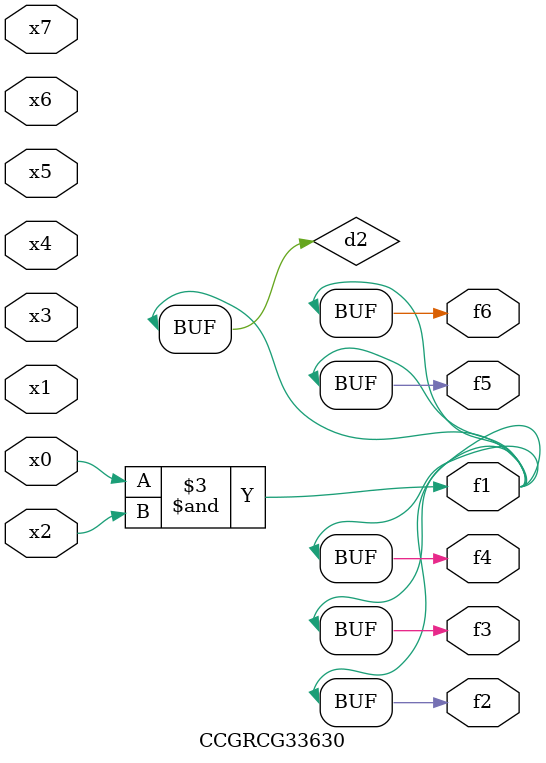
<source format=v>
module CCGRCG33630(
	input x0, x1, x2, x3, x4, x5, x6, x7,
	output f1, f2, f3, f4, f5, f6
);

	wire d1, d2;

	nor (d1, x3, x6);
	and (d2, x0, x2);
	assign f1 = d2;
	assign f2 = d2;
	assign f3 = d2;
	assign f4 = d2;
	assign f5 = d2;
	assign f6 = d2;
endmodule

</source>
